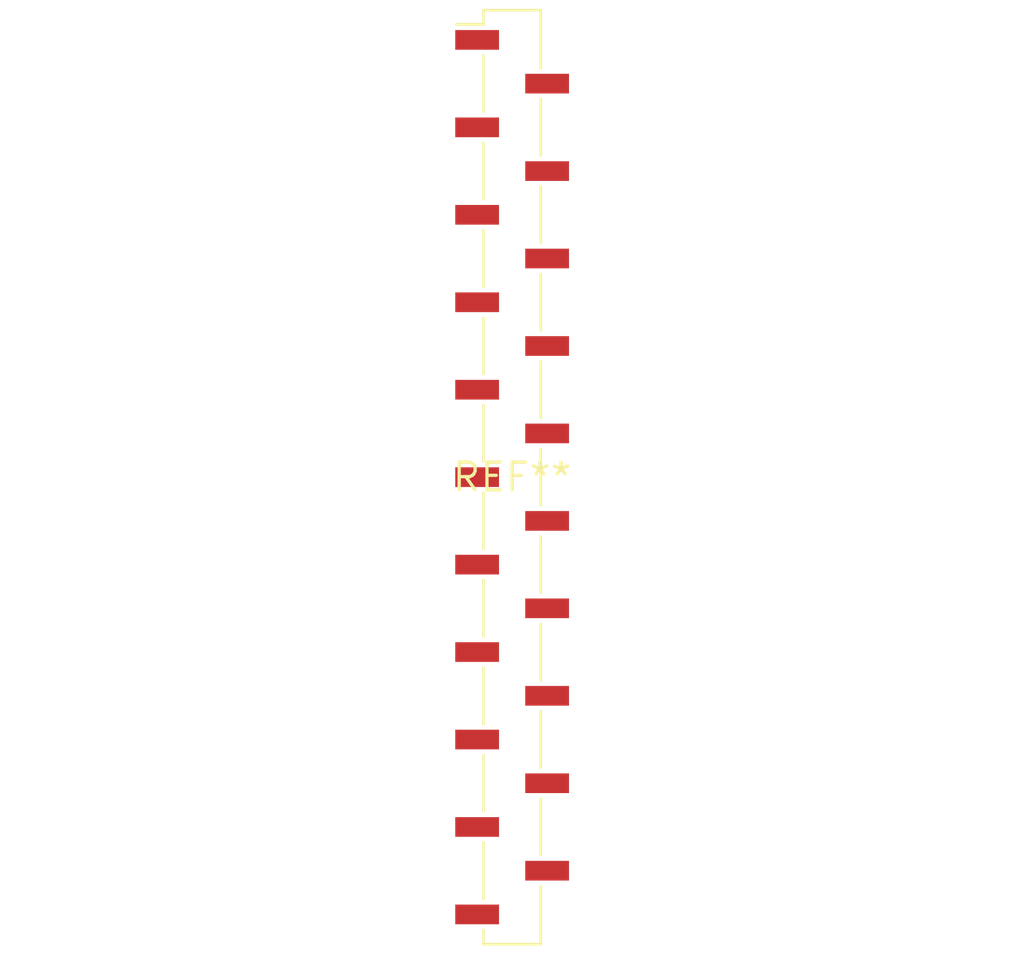
<source format=kicad_pcb>
(kicad_pcb (version 20240108) (generator pcbnew)
  (layers (0 "F.Cu" signal) (31 "B.Cu" signal) (34 "B.Paste" user) (35 "F.Paste" user) (36 "B.SilkS" user "B.Silkscreen") (37 "F.SilkS" user "F.Silkscreen") (38 "B.Mask" user) (39 "F.Mask" user) (44 "Edge.Cuts" user))
  (net 0 "")
  (footprint "PinSocket_1x21_P2.00mm_Vertical_SMD_Pin1Left" (layer "F.Cu") (at 0 0)
    (property "Reference" "REF**")
    (property "Value" "PinSocket_1x21_P2.00mm_Vertical_SMD_Pin1Left")
    (fp_line (start -2.54 -20.71) (end -1.31 -20.71) (layer "F.SilkS") (stroke (width 0.12)))
    (fp_line (start -1.31 -21.36) (end -1.31 -20.71) (layer "F.SilkS") (stroke (width 0.12)))
    (fp_line (start -1.31 -21.36) (end 1.31 -21.36) (layer "F.SilkS") (stroke (width 0.12)))
    (fp_line (start -1.31 -19.29) (end -1.31 -16.71) (layer "F.SilkS") (stroke (width 0.12)))
    (fp_line (start -1.31 -15.29) (end -1.31 -12.71) (layer "F.SilkS") (stroke (width 0.12)))
    (fp_line (start -1.31 -11.29) (end -1.31 -8.71) (layer "F.SilkS") (stroke (width 0.12)))
    (fp_line (start -1.31 -7.29) (end -1.31 -4.71) (layer "F.SilkS") (stroke (width 0.12)))
    (fp_line (start -1.31 -3.29) (end -1.31 -0.71) (layer "F.SilkS") (stroke (width 0.12)))
    (fp_line (start -1.31 0.71) (end -1.31 3.29) (layer "F.SilkS") (stroke (width 0.12)))
    (fp_line (start -1.31 4.71) (end -1.31 7.29) (layer "F.SilkS") (stroke (width 0.12)))
    (fp_line (start -1.31 8.71) (end -1.31 11.29) (layer "F.SilkS") (stroke (width 0.12)))
    (fp_line (start -1.31 12.71) (end -1.31 15.29) (layer "F.SilkS") (stroke (width 0.12)))
    (fp_line (start -1.31 16.71) (end -1.31 19.29) (layer "F.SilkS") (stroke (width 0.12)))
    (fp_line (start -1.31 20.71) (end -1.31 21.36) (layer "F.SilkS") (stroke (width 0.12)))
    (fp_line (start -1.31 21.36) (end 1.31 21.36) (layer "F.SilkS") (stroke (width 0.12)))
    (fp_line (start 1.31 -21.36) (end 1.31 -18.71) (layer "F.SilkS") (stroke (width 0.12)))
    (fp_line (start 1.31 -17.29) (end 1.31 -14.71) (layer "F.SilkS") (stroke (width 0.12)))
    (fp_line (start 1.31 -13.29) (end 1.31 -10.71) (layer "F.SilkS") (stroke (width 0.12)))
    (fp_line (start 1.31 -9.29) (end 1.31 -6.71) (layer "F.SilkS") (stroke (width 0.12)))
    (fp_line (start 1.31 -5.29) (end 1.31 -2.71) (layer "F.SilkS") (stroke (width 0.12)))
    (fp_line (start 1.31 -1.29) (end 1.31 1.29) (layer "F.SilkS") (stroke (width 0.12)))
    (fp_line (start 1.31 2.71) (end 1.31 5.29) (layer "F.SilkS") (stroke (width 0.12)))
    (fp_line (start 1.31 6.71) (end 1.31 9.29) (layer "F.SilkS") (stroke (width 0.12)))
    (fp_line (start 1.31 10.71) (end 1.31 13.29) (layer "F.SilkS") (stroke (width 0.12)))
    (fp_line (start 1.31 14.71) (end 1.31 17.29) (layer "F.SilkS") (stroke (width 0.12)))
    (fp_line (start 1.31 18.71) (end 1.31 21.36) (layer "F.SilkS") (stroke (width 0.12)))
    (pad "1" smd rect (at -1.6 -20) (size 2 0.9) (layers "F.Cu" "F.Paste" "F.Mask"))
    (pad "2" smd rect (at 1.6 -18) (size 2 0.9) (layers "F.Cu" "F.Paste" "F.Mask"))
    (pad "3" smd rect (at -1.6 -16) (size 2 0.9) (layers "F.Cu" "F.Paste" "F.Mask"))
    (pad "4" smd rect (at 1.6 -14) (size 2 0.9) (layers "F.Cu" "F.Paste" "F.Mask"))
    (pad "5" smd rect (at -1.6 -12) (size 2 0.9) (layers "F.Cu" "F.Paste" "F.Mask"))
    (pad "6" smd rect (at 1.6 -10) (size 2 0.9) (layers "F.Cu" "F.Paste" "F.Mask"))
    (pad "7" smd rect (at -1.6 -8) (size 2 0.9) (layers "F.Cu" "F.Paste" "F.Mask"))
    (pad "8" smd rect (at 1.6 -6) (size 2 0.9) (layers "F.Cu" "F.Paste" "F.Mask"))
    (pad "9" smd rect (at -1.6 -4) (size 2 0.9) (layers "F.Cu" "F.Paste" "F.Mask"))
    (pad "10" smd rect (at 1.6 -2) (size 2 0.9) (layers "F.Cu" "F.Paste" "F.Mask"))
    (pad "11" smd rect (at -1.6 0) (size 2 0.9) (layers "F.Cu" "F.Paste" "F.Mask"))
    (pad "12" smd rect (at 1.6 2) (size 2 0.9) (layers "F.Cu" "F.Paste" "F.Mask"))
    (pad "13" smd rect (at -1.6 4) (size 2 0.9) (layers "F.Cu" "F.Paste" "F.Mask"))
    (pad "14" smd rect (at 1.6 6) (size 2 0.9) (layers "F.Cu" "F.Paste" "F.Mask"))
    (pad "15" smd rect (at -1.6 8) (size 2 0.9) (layers "F.Cu" "F.Paste" "F.Mask"))
    (pad "16" smd rect (at 1.6 10) (size 2 0.9) (layers "F.Cu" "F.Paste" "F.Mask"))
    (pad "17" smd rect (at -1.6 12) (size 2 0.9) (layers "F.Cu" "F.Paste" "F.Mask"))
    (pad "18" smd rect (at 1.6 14) (size 2 0.9) (layers "F.Cu" "F.Paste" "F.Mask"))
    (pad "19" smd rect (at -1.6 16) (size 2 0.9) (layers "F.Cu" "F.Paste" "F.Mask"))
    (pad "20" smd rect (at 1.6 18) (size 2 0.9) (layers "F.Cu" "F.Paste" "F.Mask"))
    (pad "21" smd rect (at -1.6 20) (size 2 0.9) (layers "F.Cu" "F.Paste" "F.Mask"))
  )
)
</source>
